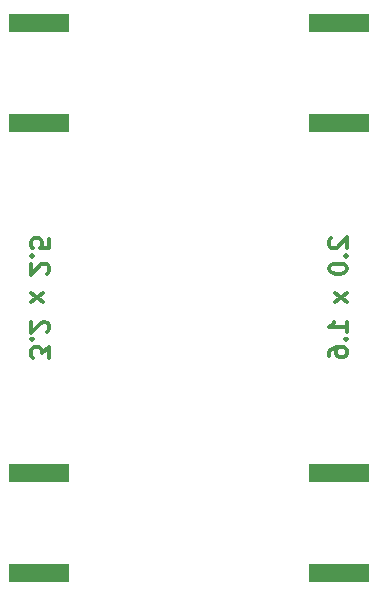
<source format=gbr>
G04 #@! TF.GenerationSoftware,KiCad,Pcbnew,(5.1.5)-3*
G04 #@! TF.CreationDate,2020-02-07T21:18:15+01:00*
G04 #@! TF.ProjectId,acmp_test_fixture,61636d70-5f74-4657-9374-5f6669787475,rev?*
G04 #@! TF.SameCoordinates,Original*
G04 #@! TF.FileFunction,Paste,Bot*
G04 #@! TF.FilePolarity,Positive*
%FSLAX46Y46*%
G04 Gerber Fmt 4.6, Leading zero omitted, Abs format (unit mm)*
G04 Created by KiCad (PCBNEW (5.1.5)-3) date 2020-02-07 21:18:15*
%MOMM*%
%LPD*%
G04 APERTURE LIST*
%ADD10C,0.300000*%
%ADD11R,5.080000X1.500000*%
G04 APERTURE END LIST*
D10*
X5266428Y26642857D02*
X5266428Y27571428D01*
X4694999Y27071428D01*
X4694999Y27285714D01*
X4623571Y27428571D01*
X4552142Y27500000D01*
X4409285Y27571428D01*
X4052142Y27571428D01*
X3909285Y27500000D01*
X3837857Y27428571D01*
X3766428Y27285714D01*
X3766428Y26857142D01*
X3837857Y26714285D01*
X3909285Y26642857D01*
X3909285Y28214285D02*
X3837857Y28285714D01*
X3766428Y28214285D01*
X3837857Y28142857D01*
X3909285Y28214285D01*
X3766428Y28214285D01*
X5123571Y28857142D02*
X5195000Y28928571D01*
X5266428Y29071428D01*
X5266428Y29428571D01*
X5195000Y29571428D01*
X5123571Y29642857D01*
X4980714Y29714285D01*
X4837857Y29714285D01*
X4623571Y29642857D01*
X3766428Y28785714D01*
X3766428Y29714285D01*
X3766428Y31357142D02*
X4766428Y32142857D01*
X4766428Y31357142D02*
X3766428Y32142857D01*
X5123571Y33785714D02*
X5195000Y33857142D01*
X5266428Y34000000D01*
X5266428Y34357142D01*
X5195000Y34500000D01*
X5123571Y34571428D01*
X4980714Y34642857D01*
X4837857Y34642857D01*
X4623571Y34571428D01*
X3766428Y33714285D01*
X3766428Y34642857D01*
X3909285Y35285714D02*
X3837857Y35357142D01*
X3766428Y35285714D01*
X3837857Y35214285D01*
X3909285Y35285714D01*
X3766428Y35285714D01*
X5266428Y36714285D02*
X5266428Y36000000D01*
X4552142Y35928571D01*
X4623571Y36000000D01*
X4695000Y36142857D01*
X4695000Y36500000D01*
X4623571Y36642857D01*
X4552142Y36714285D01*
X4409285Y36785714D01*
X4052142Y36785714D01*
X3909285Y36714285D01*
X3837857Y36642857D01*
X3766428Y36500000D01*
X3766428Y36142857D01*
X3837857Y36000000D01*
X3909285Y35928571D01*
X29166428Y36785714D02*
X29095000Y36714285D01*
X29023571Y36571428D01*
X29023571Y36214285D01*
X29095000Y36071428D01*
X29166428Y36000000D01*
X29309285Y35928571D01*
X29452142Y35928571D01*
X29666428Y36000000D01*
X30523571Y36857142D01*
X30523571Y35928571D01*
X30380714Y35285714D02*
X30452142Y35214285D01*
X30523571Y35285714D01*
X30452142Y35357142D01*
X30380714Y35285714D01*
X30523571Y35285714D01*
X29023571Y34285714D02*
X29023571Y34142857D01*
X29095000Y34000000D01*
X29166428Y33928571D01*
X29309285Y33857142D01*
X29595000Y33785714D01*
X29952142Y33785714D01*
X30237857Y33857142D01*
X30380714Y33928571D01*
X30452142Y34000000D01*
X30523571Y34142857D01*
X30523571Y34285714D01*
X30452142Y34428571D01*
X30380714Y34500000D01*
X30237857Y34571428D01*
X29952142Y34642857D01*
X29595000Y34642857D01*
X29309285Y34571428D01*
X29166428Y34500000D01*
X29095000Y34428571D01*
X29023571Y34285714D01*
X30523571Y32142857D02*
X29523571Y31357142D01*
X29523571Y32142857D02*
X30523571Y31357142D01*
X30523571Y28857142D02*
X30523571Y29714285D01*
X30523571Y29285714D02*
X29023571Y29285714D01*
X29237857Y29428571D01*
X29380714Y29571428D01*
X29452142Y29714285D01*
X30380714Y28214285D02*
X30452142Y28142857D01*
X30523571Y28214285D01*
X30452142Y28285714D01*
X30380714Y28214285D01*
X30523571Y28214285D01*
X29023571Y26857142D02*
X29023571Y27142857D01*
X29095000Y27285714D01*
X29166428Y27357142D01*
X29380714Y27500000D01*
X29666428Y27571428D01*
X30237857Y27571428D01*
X30380714Y27500000D01*
X30452142Y27428571D01*
X30523571Y27285714D01*
X30523571Y27000000D01*
X30452142Y26857142D01*
X30380714Y26785714D01*
X30237857Y26714285D01*
X29880714Y26714285D01*
X29737857Y26785714D01*
X29666428Y26857142D01*
X29595000Y27000000D01*
X29595000Y27285714D01*
X29666428Y27428571D01*
X29737857Y27500000D01*
X29880714Y27571428D01*
D11*
X4445000Y46550000D03*
X4445000Y55050000D03*
X29845000Y55050000D03*
X29845000Y46550000D03*
X29845000Y16950000D03*
X29845000Y8450000D03*
X4445000Y8450000D03*
X4445000Y16950000D03*
M02*

</source>
